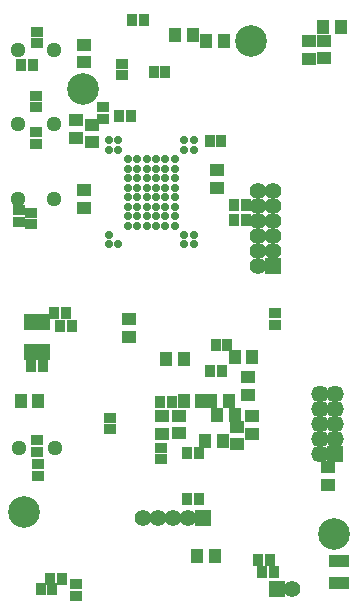
<source format=gbs>
G04 (created by PCBNEW (2013-mar-30)-stable) date Mon 03 Jun 2013 06:42:55 PM EDT*
%MOIN*%
G04 Gerber Fmt 3.4, Leading zero omitted, Abs format*
%FSLAX34Y34*%
G01*
G70*
G90*
G04 APERTURE LIST*
%ADD10C,0.006*%
%ADD11R,0.0511811X0.0393701*%
%ADD12R,0.0393701X0.0511811*%
%ADD13R,0.0354331X0.0393701*%
%ADD14R,0.0393701X0.0354331*%
%ADD15C,0.051148*%
%ADD16R,0.0866142X0.0551181*%
%ADD17R,0.0669291X0.0433071*%
%ADD18C,0.055748*%
%ADD19R,0.055748X0.055748*%
%ADD20C,0.027748*%
%ADD21C,0.057748*%
%ADD22R,0.057748X0.057748*%
%ADD23C,0.105748*%
G04 APERTURE END LIST*
G54D10*
G54D11*
X77818Y-58444D03*
X77818Y-59035D03*
X72300Y-57345D03*
X72300Y-56754D03*
G54D12*
X75293Y-54766D03*
X74702Y-54766D03*
X72419Y-54850D03*
X73010Y-54850D03*
G54D11*
X74794Y-57094D03*
X74794Y-57685D03*
X72855Y-57320D03*
X72855Y-56729D03*
G54D12*
X73010Y-56256D03*
X73601Y-56256D03*
G54D11*
X74106Y-48534D03*
X74106Y-49125D03*
X75150Y-56041D03*
X75150Y-55450D03*
X75280Y-56734D03*
X75280Y-57325D03*
G54D12*
X74719Y-56704D03*
X74128Y-56704D03*
X73728Y-57564D03*
X74319Y-57564D03*
X74521Y-56256D03*
X73930Y-56256D03*
X73766Y-44224D03*
X74357Y-44224D03*
X72722Y-44026D03*
X73313Y-44026D03*
G54D11*
X69674Y-44955D03*
X69674Y-44364D03*
G54D13*
X71288Y-43555D03*
X71681Y-43555D03*
X73502Y-59496D03*
X73109Y-59496D03*
G54D14*
X70540Y-57188D03*
X70540Y-56795D03*
G54D13*
X69292Y-53740D03*
X68899Y-53740D03*
G54D14*
X76036Y-53690D03*
X76036Y-53297D03*
X70966Y-45386D03*
X70966Y-44993D03*
G54D13*
X68630Y-62516D03*
X68237Y-62516D03*
G54D14*
X69424Y-62740D03*
X69424Y-62347D03*
G54D13*
X68545Y-62158D03*
X68938Y-62158D03*
X72400Y-45288D03*
X72007Y-45288D03*
X72626Y-56266D03*
X72233Y-56266D03*
X73508Y-57988D03*
X73115Y-57988D03*
G54D14*
X72244Y-58188D03*
X72244Y-57795D03*
G54D13*
X74270Y-55224D03*
X73877Y-55224D03*
X74468Y-54388D03*
X74075Y-54388D03*
X70847Y-46750D03*
X71240Y-46750D03*
X75876Y-61548D03*
X75483Y-61548D03*
X76012Y-61940D03*
X75619Y-61940D03*
G54D15*
X68681Y-44524D03*
X67499Y-44524D03*
X68677Y-46996D03*
X67495Y-46996D03*
X68681Y-49498D03*
X67499Y-49498D03*
X68711Y-57800D03*
X67529Y-57800D03*
G54D16*
X68128Y-53621D03*
X68128Y-54606D03*
G54D17*
X78170Y-61570D03*
X78170Y-62319D03*
G54D11*
X69952Y-47026D03*
X69952Y-47617D03*
X69700Y-49791D03*
X69700Y-49200D03*
X77182Y-44831D03*
X77182Y-44240D03*
X77674Y-44823D03*
X77674Y-44232D03*
G54D12*
X78245Y-43758D03*
X77654Y-43758D03*
G54D11*
X69430Y-46876D03*
X69430Y-47467D03*
G54D12*
X73464Y-61390D03*
X74055Y-61390D03*
X68161Y-56242D03*
X67570Y-56242D03*
G54D13*
X67927Y-55070D03*
X68320Y-55070D03*
X69086Y-53302D03*
X68693Y-53302D03*
X73873Y-47566D03*
X74266Y-47566D03*
G54D14*
X68118Y-44318D03*
X68118Y-43925D03*
X70326Y-46435D03*
X70326Y-46828D03*
X68128Y-57926D03*
X68128Y-57533D03*
X67506Y-50278D03*
X67506Y-49885D03*
X68072Y-46452D03*
X68072Y-46059D03*
X68136Y-58333D03*
X68136Y-58726D03*
X67920Y-50350D03*
X67920Y-49957D03*
X68078Y-47267D03*
X68078Y-47660D03*
G54D13*
X67990Y-45034D03*
X67597Y-45034D03*
G54D18*
X71654Y-60130D03*
X72654Y-60130D03*
X72154Y-60130D03*
X73154Y-60130D03*
G54D19*
X73654Y-60130D03*
G54D18*
X76630Y-62508D03*
G54D19*
X76130Y-62508D03*
G54D18*
X75470Y-51750D03*
X75470Y-51250D03*
X75470Y-50750D03*
X75470Y-49750D03*
X75470Y-50250D03*
X75470Y-49250D03*
X75970Y-49250D03*
X75970Y-50250D03*
X75970Y-49750D03*
X75970Y-50750D03*
X75970Y-51250D03*
G54D19*
X75970Y-51750D03*
G54D20*
X72714Y-50075D03*
X72714Y-49760D03*
X72714Y-49445D03*
X72714Y-48185D03*
X72714Y-48500D03*
X72714Y-49130D03*
X72714Y-48815D03*
X72399Y-48815D03*
X72399Y-49130D03*
X72399Y-48500D03*
X72399Y-48185D03*
X72399Y-49445D03*
X72399Y-49760D03*
X72399Y-50075D03*
X71769Y-50075D03*
X71769Y-49760D03*
X71769Y-49445D03*
X71769Y-48185D03*
X71769Y-48500D03*
X71769Y-49130D03*
X71769Y-48815D03*
X72084Y-48815D03*
X72084Y-49130D03*
X72084Y-48500D03*
X72084Y-48185D03*
X72084Y-49445D03*
X72084Y-49760D03*
X72084Y-50075D03*
X71454Y-50075D03*
X71454Y-49760D03*
X71454Y-49445D03*
X71454Y-48185D03*
X71454Y-48500D03*
X71454Y-49130D03*
X71454Y-48815D03*
X73029Y-51019D03*
X73344Y-50704D03*
X73344Y-51019D03*
X73344Y-47869D03*
X73344Y-47554D03*
X73029Y-47554D03*
X73029Y-47869D03*
X70509Y-47869D03*
X70509Y-47554D03*
X70824Y-47554D03*
X73028Y-50705D03*
X70824Y-51019D03*
X70824Y-47871D03*
X70509Y-50704D03*
X70509Y-51019D03*
X71139Y-48815D03*
X71139Y-49130D03*
X71139Y-48500D03*
X71139Y-48185D03*
X72714Y-50390D03*
X72399Y-50390D03*
X72084Y-50390D03*
X71139Y-49445D03*
X71139Y-49760D03*
X71139Y-50390D03*
X71139Y-50075D03*
X71454Y-50390D03*
X71769Y-50390D03*
G54D13*
X75086Y-50194D03*
X74693Y-50194D03*
X75082Y-49710D03*
X74689Y-49710D03*
G54D21*
X78056Y-55998D03*
X77556Y-55998D03*
X78056Y-56998D03*
X77556Y-56998D03*
X77556Y-56498D03*
X78056Y-56498D03*
X78056Y-57498D03*
X77556Y-57498D03*
X77556Y-57998D03*
G54D22*
X78056Y-57998D03*
G54D23*
X67698Y-59948D03*
X75264Y-44226D03*
X78008Y-60670D03*
X69638Y-45828D03*
G54D11*
X71180Y-53499D03*
X71180Y-54090D03*
M02*

</source>
